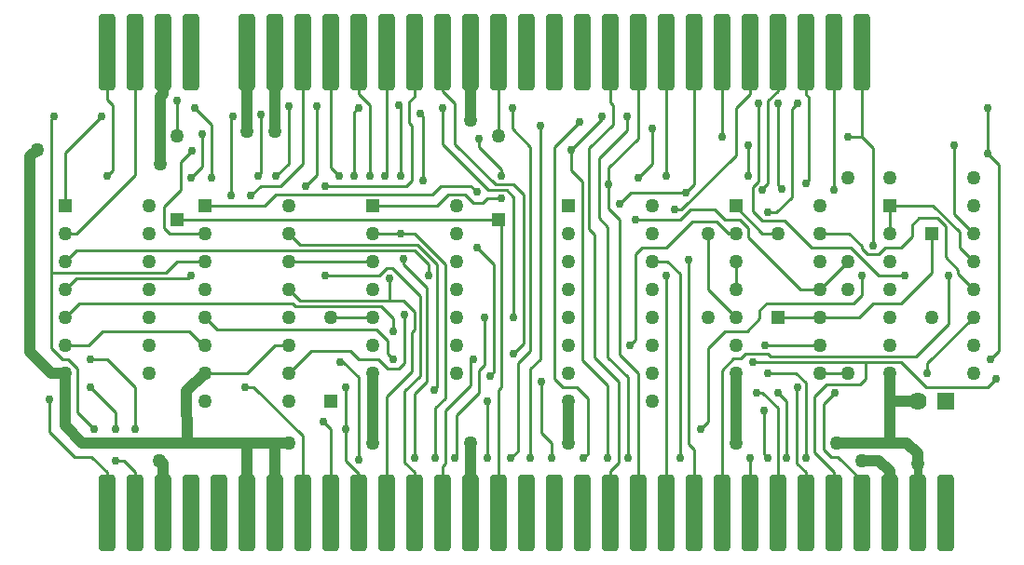
<source format=gbl>
G04*
G04  File:            NEMOBUSTODIVIDE-V1.3.GBL, Wed Sep 24 10:22:11 2025*
G04  Source:          P-CAD 2006 PCB, Version 19.02.958, (D:\PCAD-2006\Projects\Pentagon-4096\Hardware\NemoBusToDivIDE-v1.3.PCB)*
G04  Format:          Gerber Format (RS-274-D), ASCII*
G04*
G04  Format Options:  Absolute Positioning*
G04                   Leading-Zero Suppression*
G04                   Scale Factor 1:1*
G04                   NO Circular Interpolation*
G04                   Inch Units*
G04                   Numeric Format: 4.4 (XXXX.XXXX)*
G04                   G54 NOT Used for Aperture Change*
G04                   Apertures Embedded*
G04*
G04  File Options:    Offset = (0.0mil,0.0mil)*
G04                   Drill Symbol Size = 80.0mil*
G04                   No Pad/Via Holes*
G04*
G04  File Contents:   Pads*
G04                   Vias*
G04                   No Designators*
G04                   No Types*
G04                   No Values*
G04                   No Drill Symbols*
G04                   Bottom*
G04*
%INNEMOBUSTODIVIDE-V1.3.GBL*%
%ICAS*%
%MOIN*%
G04*
G04  Aperture MACROs for general use --- invoked via D-code assignment *
G04*
G04  General MACRO for flashed round with rotation and/or offset hole *
%AMROTOFFROUND*
1,1,$1,0.0000,0.0000*
1,0,$2,$3,$4*%
G04*
G04  General MACRO for flashed oval (obround) with rotation and/or offset hole *
%AMROTOFFOVAL*
21,1,$1,$2,0.0000,0.0000,$3*
1,1,$4,$5,$6*
1,1,$4,0-$5,0-$6*
1,0,$7,$8,$9*%
G04*
G04  General MACRO for flashed oval (obround) with rotation and no hole *
%AMROTOVALNOHOLE*
21,1,$1,$2,0.0000,0.0000,$3*
1,1,$4,$5,$6*
1,1,$4,0-$5,0-$6*%
G04*
G04  General MACRO for flashed rectangle with rotation and/or offset hole *
%AMROTOFFRECT*
21,1,$1,$2,0.0000,0.0000,$3*
1,0,$4,$5,$6*%
G04*
G04  General MACRO for flashed rectangle with rotation and no hole *
%AMROTRECTNOHOLE*
21,1,$1,$2,0.0000,0.0000,$3*%
G04*
G04  General MACRO for flashed rounded-rectangle *
%AMROUNDRECT*
21,1,$1,$2-$4,0.0000,0.0000,$3*
21,1,$1-$4,$2,0.0000,0.0000,$3*
1,1,$4,$5,$6*
1,1,$4,$7,$8*
1,1,$4,0-$5,0-$6*
1,1,$4,0-$7,0-$8*
1,0,$9,$10,$11*%
G04*
G04  General MACRO for flashed rounded-rectangle with rotation and no hole *
%AMROUNDRECTNOHOLE*
21,1,$1,$2-$4,0.0000,0.0000,$3*
21,1,$1-$4,$2,0.0000,0.0000,$3*
1,1,$4,$5,$6*
1,1,$4,$7,$8*
1,1,$4,0-$5,0-$6*
1,1,$4,0-$7,0-$8*%
G04*
G04  General MACRO for flashed regular polygon *
%AMREGPOLY*
5,1,$1,0.0000,0.0000,$2,$3+$4*
1,0,$5,$6,$7*%
G04*
G04  General MACRO for flashed regular polygon with no hole *
%AMREGPOLYNOHOLE*
5,1,$1,0.0000,0.0000,$2,$3+$4*%
G04*
G04  General MACRO for target *
%AMTARGET*
6,0,0,$1,$2,$3,4,$4,$5,$6*%
G04*
G04  General MACRO for mounting hole *
%AMMTHOLE*
1,1,$1,0,0*
1,0,$2,0,0*
$1=$1-$2*
$1=$1/2*
21,1,$2+$1,$3,0,0,$4*
21,1,$3,$2+$1,0,0,$4*%
G04*
G04*
G04  D10 : "Ellipse X10.0mil Y10.0mil H0.0mil 0.0deg (0.0mil,0.0mil) Draw"*
G04  Disc: OuterDia=0.0100*
%ADD10C, 0.0100*%
G04  D11 : "Ellipse X30.7mil Y30.7mil H0.0mil 0.0deg (0.0mil,0.0mil) Draw"*
G04  Disc: OuterDia=0.0307*
%ADD11C, 0.0307*%
G04  D12 : "Ellipse X40.0mil Y40.0mil H0.0mil 0.0deg (0.0mil,0.0mil) Draw"*
G04  Disc: OuterDia=0.0400*
%ADD12C, 0.0400*%
G04  D13 : "Ellipse X5.0mil Y5.0mil H0.0mil 0.0deg (0.0mil,0.0mil) Draw"*
G04  Disc: OuterDia=0.0050*
%ADD13C, 0.0050*%
G04  D14 : "Ellipse X6.0mil Y6.0mil H0.0mil 0.0deg (0.0mil,0.0mil) Draw"*
G04  Disc: OuterDia=0.0060*
%ADD14C, 0.0060*%
G04  D15 : "Ellipse X7.0mil Y7.0mil H0.0mil 0.0deg (0.0mil,0.0mil) Draw"*
G04  Disc: OuterDia=0.0070*
%ADD15C, 0.0070*%
G04  D16 : "Ellipse X9.8mil Y9.8mil H0.0mil 0.0deg (0.0mil,0.0mil) Draw"*
G04  Disc: OuterDia=0.0098*
%ADD16C, 0.0098*%
G04  D17 : "Ellipse X133.0mil Y133.0mil H0.0mil 0.0deg (0.0mil,0.0mil) Flash"*
G04  Disc: OuterDia=0.1330*
%ADD17C, 0.1330*%
G04  D18 : "Ellipse X50.0mil Y50.0mil H0.0mil 0.0deg (0.0mil,0.0mil) Flash"*
G04  Disc: OuterDia=0.0500*
%ADD18C, 0.0500*%
G04  D19 : "Ellipse X64.0mil Y64.0mil H0.0mil 0.0deg (0.0mil,0.0mil) Flash"*
G04  Disc: OuterDia=0.0640*
%ADD19C, 0.0640*%
G04  D20 : "Ellipse X65.0mil Y65.0mil H0.0mil 0.0deg (0.0mil,0.0mil) Flash"*
G04  Disc: OuterDia=0.0650*
%ADD20C, 0.0650*%
G04  D21 : "Ellipse X79.0mil Y79.0mil H0.0mil 0.0deg (0.0mil,0.0mil) Flash"*
G04  Disc: OuterDia=0.0790*
%ADD21C, 0.0790*%
G04  D22 : "Mounting Hole X118.0mil Y118.0mil H0.0mil 0.0deg (0.0mil,0.0mil) Flash"*
G04  Mounting Hole: Diameter=0.1180, Rotation=0.0, LineWidth=0.0050 *
%ADD22MTHOLE, 0.1180 X0.0980 X0.0050 X0.0*%
G04  D23 : "Rounded Rectangle X61.5mil Y275.6mil H0.0mil 0.0deg (0.0mil,0.0mil) Flash"*
G04  RoundRct: DimX=0.0615, DimY=0.2756, CornerRad=0.0154, Rotation=0.0, OffsetX=0.0000, OffsetY=0.0000, HoleDia=0.0000 *
%ADD23ROUNDRECTNOHOLE, 0.0615 X0.2756 X0.0 X0.0308 X-0.0154 X-0.1224 X-0.0154 X0.1224*%
G04  D24 : "Rounded Rectangle X76.5mil Y290.6mil H0.0mil 0.0deg (0.0mil,0.0mil) Flash"*
G04  RoundRct: DimX=0.0765, DimY=0.2906, CornerRad=0.0191, Rotation=0.0, OffsetX=0.0000, OffsetY=0.0000, HoleDia=0.0000 *
%ADD24ROUNDRECTNOHOLE, 0.0765 X0.2906 X0.0 X0.0382 X-0.0191 X-0.1262 X-0.0191 X0.1262*%
G04  D25 : "Rectangle X50.0mil Y50.0mil H0.0mil 0.0deg (0.0mil,0.0mil) Flash"*
G04  Square: Side=0.0500, Rotation=0.0, OffsetX=0.0000, OffsetY=0.0000, HoleDia=0.0000*
%ADD25R, 0.0500 X0.0500*%
G04  D26 : "Rectangle X64.0mil Y64.0mil H0.0mil 0.0deg (0.0mil,0.0mil) Flash"*
G04  Square: Side=0.0640, Rotation=0.0, OffsetX=0.0000, OffsetY=0.0000, HoleDia=0.0000*
%ADD26R, 0.0640 X0.0640*%
G04  D27 : "Rectangle X65.0mil Y65.0mil H0.0mil 0.0deg (0.0mil,0.0mil) Flash"*
G04  Square: Side=0.0650, Rotation=0.0, OffsetX=0.0000, OffsetY=0.0000, HoleDia=0.0000*
%ADD27R, 0.0650 X0.0650*%
G04  D28 : "Rectangle X79.0mil Y79.0mil H0.0mil 0.0deg (0.0mil,0.0mil) Flash"*
G04  Square: Side=0.0790, Rotation=0.0, OffsetX=0.0000, OffsetY=0.0000, HoleDia=0.0000*
%ADD28R, 0.0790 X0.0790*%
G04  D29 : "Ellipse X30.0mil Y30.0mil H0.0mil 0.0deg (0.0mil,0.0mil) Flash"*
G04  Disc: OuterDia=0.0300*
%ADD29C, 0.0300*%
G04  D30 : "Ellipse X45.0mil Y45.0mil H0.0mil 0.0deg (0.0mil,0.0mil) Flash"*
G04  Disc: OuterDia=0.0450*
%ADD30C, 0.0450*%
G04*
%FSLAX44Y44*%
%SFA1B1*%
%OFA0.0000B0.0000*%
G04*
G70*
G90*
G01*
D2*
%LNBottom*%
D10*
X49950Y41400*
X50850Y40500D1*
D2*
D12*
X50500Y43500*
X50000D1*
X49250Y44250*
D2*
D10*
X50400Y44000*
X50000Y44400D1*
X50600Y44000D2*
X50400D1*
X50900Y46900D2*
X50500Y46500D1*
X50900Y47900D2*
X50500Y47500D1*
X50900Y48500D2*
X50500D1*
D2*
D12*
X49250Y51250*
X49500Y51500D1*
D2*
D10*
X50000Y52600*
X50100Y52700D1*
X52600Y40350D2*
X53000Y39950D1*
X52300Y40350D2*
X52600D1*
X51450Y40500D2*
X52000Y39950D1*
X51400Y44000D2*
X52000D1*
X53000Y43000*
X51400D2*
X52300Y42100D1*
X52200Y50750D2*
X52000Y50550D1*
Y53300D2*
X52200Y53100D1*
D2*
D12*
X55500Y43500*
X54850Y42850D1*
D2*
D10*
X55450Y44500*
X55500D1*
Y45500D2*
X55950Y45050D1*
X54500Y47500D2*
X55500D1*
X54100Y47100D2*
X54500Y47500D1*
X54900Y46900D2*
X55000Y47000D1*
X54250Y48500D2*
X55500D1*
X54050Y48700D2*
X54250Y48500D1*
X54050Y49450D2*
Y48700D1*
X54650Y50050D2*
X54050Y49450D1*
X55400Y50900D2*
X55000Y50500D1*
X56450Y49950D2*
Y49850D1*
X54650Y51050D2*
X55050Y51450D1*
X54500Y53250D2*
Y52000D1*
X55750Y52400D2*
X55150Y53000D1*
X56450Y52650D2*
X56500Y52700D1*
D2*
D12*
X58500Y41000*
X58000D1*
D2*
D10*
Y44500*
X58500D1*
X59300Y44300D2*
X58500Y43500D1*
X58900Y46100D2*
X58500Y46500D1*
X58750Y45900D2*
X58650Y46000D1*
X58900Y48100D2*
X58500Y48500D1*
X58050Y49900D2*
X57650Y49500D1*
X57500Y50650D2*
X57400Y50550D1*
X57500Y50200D2*
X58200D1*
X57150Y49850D2*
X57500Y50200D1*
X59500Y50600D2*
X59100Y50200D1*
X60550Y40350D2*
X61000Y39900D1*
X60550Y41500D2*
Y40350D1*
X62050Y44200D2*
X62250Y44000D1*
X62050Y44650D2*
Y44200D1*
Y43650D2*
X61700Y44000D1*
X62450Y43650D2*
X62050D1*
X62650Y43850D2*
X62450Y43650D1*
X61700Y44000D2*
X61000D1*
X60700Y44300*
X60450Y43900D2*
X60350D1*
X62900Y43550D2*
X62000Y42650D1*
X60450Y43900D2*
X61000Y43350D1*
X62100Y46900D2*
Y46100D1*
X62000Y47250D2*
X62200D1*
X61750Y47000D2*
X62000Y47250D1*
X62100Y46100D2*
X62600D1*
X62250Y45450D2*
X61800Y45900D1*
X62600Y47400D2*
Y47600D1*
X62500Y48500D2*
X61500D1*
X62000Y50600D2*
X61950Y50550D1*
X62900Y50400D2*
X62700Y50200D1*
X60850Y52850D2*
X61000Y53000D1*
X61400Y53100D2*
X61000Y53500D1*
X62500Y53050D2*
X62450Y53100D1*
X62825Y52450D2*
X62900Y52375D1*
X62825Y53225D2*
Y52450D1*
X64500Y40500D2*
X64450Y40450D1*
X64099Y40249D2*
X64000Y40150D1*
X64100Y42600D2*
X63750Y42250D1*
X65000Y43950D2*
X65100Y44000D1*
X65300Y43600D2*
X65500Y43800D1*
X65850Y43550D2*
X65700Y43400D1*
X65000Y43950D2*
Y43050D1*
X65300Y42800D2*
Y43600D1*
X65000Y43050D2*
X64099Y42149D1*
X63800Y43000D2*
X63700Y42900D1*
X63500Y47000D2*
Y47400D1*
X63950Y50200D2*
X63650Y49900D1*
X64200D2*
X63800Y49500D1*
X65000Y50200D2*
X63950D1*
X65100Y49600D2*
X64800Y49900D1*
X65450Y49600D2*
X65100D1*
X64800Y49900D2*
X64200D1*
X65000Y50200D2*
X65250Y50000D1*
X65600Y49750D2*
X65450Y49600D1*
X65300Y51900D2*
Y51600D1*
X64000Y51700D2*
Y53000D1*
X63300Y52700D2*
X63200Y52800D1*
X64000Y53600D2*
X64450Y53150D1*
Y51700*
D2*
D12*
X65000Y55150*
Y55000D1*
D2*
D10*
X67900Y41000*
Y40450D1*
X67550Y41350D2*
X67900Y41000D1*
X66700Y40700D2*
X66450Y40450D1*
X67500Y44000D2*
X67150Y43650D1*
X68300Y43000D2*
X68000Y43300D1*
X68800Y43000D2*
X68300D1*
X67150Y44300D2*
X66700Y43850D1*
X66900Y44550D2*
X66550Y44200D1*
X66100Y50800D2*
Y50550D1*
X66550Y49800D2*
X66300Y50050D1*
X66550Y50250D2*
X66900Y49900D1*
X66500Y53000D2*
Y52250D1*
X68000Y51600D2*
X68900Y52500D1*
X66500Y52250D2*
X67150Y51600D1*
X69050Y40450D2*
X69200Y40600D1*
X70300Y40300D2*
X70000Y40000D1*
X70900Y44700D2*
X70700Y44500D1*
X70350Y44150D2*
X71000Y43500D1*
X69925Y44075D2*
X70650Y43350D1*
X69450Y44050D2*
X70300Y43200D1*
X70750Y49950D2*
X70350Y49550D1*
X69950Y49400D2*
X70350Y49000D1*
X69950Y50250D2*
Y49400D1*
Y50850D2*
Y50250D1*
X69600Y49050D2*
X69925Y48725D1*
X69250Y48650D2*
X69450Y48450D1*
X69700Y52600D2*
Y52700D1*
X70600Y52200D2*
X69600Y51200D1*
X70000Y53200D2*
X70100Y53100D1*
Y52400*
X69250Y51550*
X70600Y52700D2*
Y52200D1*
X72800Y40950D2*
X73000Y40750D1*
X73500Y41750D2*
X73250Y41500D1*
X74425Y44025D2*
X74000Y43600D1*
X74675Y44025D2*
X74425D1*
X74850Y44200D2*
X74675Y44025D1*
X72050Y47500D2*
X72500Y47050D1*
X74500Y47500D2*
Y46500D1*
X73500D2*
X74500Y45500D1*
X72700Y49950D2*
X73000Y50250D1*
X72550Y49350D2*
X72300D1*
X72500Y49000D2*
X72875Y49375D1*
X73800Y48937D2*
X72937D1*
X73800D2*
X74237Y48500D1*
X74500*
X72875Y49375D2*
X73750D1*
X74125Y49000*
X74650*
X74500Y49450D2*
Y49500D1*
Y53000D2*
Y51300D1*
X75500Y40600D2*
X75650Y40450D1*
X77000Y39950D2*
X76675Y40275D1*
X77650Y40750D2*
X77900Y40500D1*
X76650Y43500D2*
X75650D1*
X77000Y43150D2*
X76650Y43500D1*
X75750Y44100D2*
X75650Y44200D1*
X77750Y43100D2*
X77300Y42650D1*
X76675Y42975D2*
X76700Y43000D1*
X76300Y42500D2*
X76000Y42800D1*
X75450D2*
X75250D1*
X76000Y42250D2*
X75450Y42800D1*
X75550Y44500D2*
X77500D1*
X76000Y45500D2*
X77500D1*
X75600Y46000D2*
X75350Y45750D1*
Y45450*
X76800Y46500D2*
X77500D1*
X77125Y50425D2*
X77000Y50300D1*
X75300Y50350D2*
X75100Y50150D1*
X75650Y50300D2*
X75500Y50150D1*
X76000Y50250D2*
X76150Y50100D1*
X76000Y48500D2*
X75450D1*
X75500Y50150D2*
X75450Y50050D1*
X75950Y49250D2*
X75650D1*
X76500Y49800D2*
X75950Y49250D1*
X75100Y50150D2*
Y49300D1*
X75450Y48950*
X76250*
X76700Y53150D2*
X76500Y52950D1*
X77000Y53500D2*
X77125Y53375D1*
X76000Y53600D2*
X75650Y53250D1*
D2*
D12*
X80625Y41000*
X80000D1*
X79625Y40375D2*
X80000Y40000D1*
X79000Y40375D2*
X79625D1*
D2*
D10*
X78150Y40500*
X79000Y39650D1*
D2*
D12*
X80000Y42500*
Y43500D1*
D2*
D10*
X79150Y43300*
X78950Y43100D1*
X79150Y43900D2*
Y43300D1*
Y43900D2*
X80400D1*
X79000Y47000D2*
Y46300D1*
X79600Y47000D2*
X80550D1*
X79000Y46300D2*
X78700Y46000D1*
X78900Y45500D2*
X79400Y46000D1*
X79200Y47750D2*
X79600D1*
X79400Y46000D2*
X80400D1*
X80000Y48500D2*
Y49500D1*
X78550Y48500D2*
X79000Y48050D1*
X80800Y48400D2*
Y48800D1*
X79000Y51950D2*
X79400Y51550D1*
X79000Y51950D2*
X78500D1*
X81350Y43500D2*
Y43850D1*
X81300Y43000D2*
X83500D1*
X83900Y44300D2*
X83600Y44000D1*
X83500Y43000D2*
X83800Y43300D1*
X82100Y47000D2*
Y45250D1*
X82450Y47050D2*
X83000Y46500D1*
X82450Y47200D2*
Y47050D1*
X82000Y47650D2*
X82450Y47200D1*
X83000Y48500D2*
X82300Y49200D1*
X81550Y49500D2*
X82500Y48550D1*
X81050Y49050D2*
X81700D1*
X82000Y48750*
X83500Y51350D2*
Y53000D1*
X50000Y44400D2*
Y47100D1*
D2*
D12*
X50500Y43500*
Y41625D1*
D2*
D10*
X49950Y42550*
Y41400D1*
X51350Y44500D2*
X51850Y45000D1*
X53000Y39950D2*
Y38500D1*
X52000Y39950D2*
Y38500D1*
X52300Y42100D2*
Y41500D1*
X53000Y43000D2*
Y41500D1*
Y55000D2*
Y50600D1*
X52200Y53100D2*
Y50750D1*
X52000Y55000D2*
Y53300D1*
X54950Y45000D2*
X55450Y44500D1*
D2*
D12*
X54850Y42850*
X54875Y41000D1*
D2*
D10*
X55400Y52050*
Y50900D1*
X54650Y51050D2*
Y50050D1*
X55750Y52400D2*
Y50500D1*
X56450Y52650D2*
Y49950D1*
D2*
D12*
X58000Y41000*
Y38500D1*
D2*
D10*
X57250Y43000*
X59000Y41250D1*
Y38500*
X58200Y50200D2*
X59000Y51000D1*
D2*
D12*
X58000Y52150*
Y55000D1*
D2*
D10*
X58500Y53050*
Y51000D1*
X58050Y50550*
X59000Y55000D2*
Y51000D1*
X57500Y52750D2*
Y50650D1*
X59500Y53050D2*
Y50600D1*
X62250Y45000D2*
Y45450D1*
X61650Y45050D2*
X62050Y44650D1*
X62650Y45600D2*
Y43850D1*
D2*
D12*
X61500Y41000*
Y43500D1*
D2*
D10*
X60550Y41500*
Y43000D1*
X61000Y39900D2*
Y38500D1*
X62900Y44950D2*
Y43550D1*
X62000Y42650D2*
Y38500D1*
X62650Y42850D2*
Y40300D1*
X61000Y43350D2*
Y40400D1*
X62000Y50600D2*
Y55000D1*
X60850Y52850D2*
Y50550D1*
X61400D2*
Y53100D1*
X62500Y50550D2*
Y53050D1*
X61000Y55000D2*
Y53500D1*
X62900Y52375D2*
Y50400D1*
X64100Y47400D2*
Y42600D1*
X63800Y47400D2*
X63100Y48100D1*
X64000Y40150D2*
Y38500D1*
D2*
D12*
X65000Y41000*
Y38500D1*
D2*
D10*
X65500Y43800*
Y45500D1*
X65600Y42500D2*
Y40450D1*
X64500Y42000D2*
X65300Y42800D1*
X64500Y40500D2*
Y42000D1*
X64099Y42149D2*
Y40249D1*
X65850Y47400D2*
Y43550D1*
X65250Y48000D2*
X65850Y47400D1*
X63200Y46250D2*
Y43400D1*
X63450Y43200D2*
Y46550D1*
X63800Y43000D2*
Y47400D1*
X63750Y42250D2*
Y40450D1*
D2*
D12*
X65000Y52550*
Y55000D1*
D2*
D10*
X63300Y52700*
Y50400D1*
X64000Y55000D2*
Y53600D1*
X65650Y50050D2*
X64000Y51700D1*
X64450D2*
X65900Y50250D1*
D2*
D12*
X68500Y41000*
Y42500D1*
D2*
D10*
X66100Y43000*
Y48900D1*
X67550Y43200D2*
Y41350D1*
X67150Y43650D2*
Y40450D1*
X66700Y43850D2*
Y40700D1*
X68600Y51500D2*
Y50750D1*
X71150Y48000D2*
X70900Y47750D1*
X71000Y43500D2*
Y38500D1*
X70900Y47750D2*
Y44700D1*
X70350Y49000D2*
Y44150D1*
X69200Y40600D2*
Y42600D1*
X69925Y48725D2*
Y44075D1*
X70650Y43350D2*
Y40450D1*
X69900Y43050D2*
Y40450D1*
X69450Y48450D2*
Y44050D1*
X70300Y43200D2*
Y40300D1*
X70000Y40000D2*
Y38500D1*
X71500Y52250D2*
Y51000D1*
X71000Y50500*
Y51900D2*
X69950Y50850D1*
X71000Y55000D2*
Y51900D1*
X70000Y55000D2*
Y53200D1*
X72800Y47550D2*
Y40950D1*
X72500Y47050D2*
Y40450D1*
X73000Y38500D2*
Y40750D1*
X74000Y43600D2*
Y38500D1*
X73500Y48500D2*
Y46500D1*
D2*
D12*
X74500Y41000*
Y43500D1*
D2*
D10*
X74100Y45000*
X73500Y44400D1*
Y41750*
X74900Y45000D2*
X74100D1*
X73000Y50250D2*
Y55000D1*
X74000D2*
Y51950D1*
X75500Y42150D2*
Y40600D1*
X77000Y40450D2*
Y43150D1*
Y38500D2*
Y39950D1*
X76675Y40275D2*
Y42975D1*
X77650Y42400D2*
Y40750D1*
X77300Y42650D2*
Y40650D1*
X76250Y48950D2*
X77200Y48000D1*
X76300Y40450D2*
Y42500D1*
X76000Y38500D2*
Y42250D1*
X77000Y55000D2*
Y53500D1*
X77125Y53375D2*
Y50425D1*
X76000Y55000D2*
Y53600D1*
X76500Y52950D2*
Y49800D1*
X75300Y53150D2*
Y50350D1*
X75650Y53250D2*
Y50300D1*
X76000Y53150D2*
Y50250D1*
X79000Y39650D2*
Y38500D1*
D2*
D12*
X80000Y40000*
Y38500D1*
D2*
D10*
X79600Y47750*
X79850Y48000D1*
X79000Y48050D2*
Y47950D1*
X79200Y47750*
X80400Y48000D2*
X80800Y48400D1*
X79850Y48000D2*
X80400D1*
D2*
D12*
X80000Y41000*
Y42500D1*
D2*
D10*
X78600Y48000*
X79600Y47000D1*
X79000Y55000D2*
Y51950D1*
X81350Y43850D2*
X83000Y45500D1*
X82500Y48550D2*
Y48000D1*
X83000Y47500*
X82000Y48750D2*
Y47650D1*
X81500Y47100D2*
Y48500D1*
X83500Y51350D2*
X83900Y50950D1*
D2*
D12*
X49250Y44250*
Y51250D1*
D2*
D10*
X50000Y52600*
Y47100D1*
X50500Y49500D2*
Y51400D1*
X68000Y43300D2*
Y51600D1*
X67500Y44000D2*
Y52350D1*
X66550Y45500D2*
Y49800D1*
X67150Y51600D2*
Y44300D1*
X66900Y49900D2*
Y44550D1*
X69600Y51200D2*
Y49050D1*
X69250Y51550D2*
Y48650D1*
X74500Y51300D2*
X72550Y49350D1*
X79400Y51550D2*
Y48050D1*
X82300Y49200D2*
Y51650D1*
X83900Y50950D2*
Y44300D1*
X60000Y41500D2*
X59750Y41750D1*
X50850Y40500D2*
X51450D1*
D2*
D12*
X57000Y41000*
X54875D1*
X57000D2*
X58000D1*
X51125D2*
X54875D1*
X50500Y41625D2*
X51125Y41000D1*
X54000Y40250D2*
X53875Y40375D1*
D2*
D10*
X57000Y43500*
X58000Y44500D1*
X55500Y43500D2*
X57000D1*
X50500Y44500D2*
X51350D1*
X50950Y43650D2*
X50600Y44000D1*
X50950Y42100D2*
Y43650D1*
X60700Y44300D2*
X59300D1*
X56950Y43000D2*
X57250D1*
X54900Y46900D2*
X50900D1*
X50000Y47100D2*
X54100D1*
X51000Y46000D2*
X50500Y45500D1*
X58650Y46000D2*
X51000D1*
X57650Y49500D2*
X55500D1*
X60300Y50550D2*
X60000Y50850D1*
X53000Y50600D2*
X50900Y48500D1*
D2*
D12*
X53900Y53400*
X54000Y53500D1*
D2*
D10*
X50500Y51400*
X51800Y52700D1*
X62650Y40300D2*
X63000Y39950D1*
X66000Y42900D2*
X66100Y43000D1*
X69200Y42600D2*
X68800Y43000D1*
X69000Y43950D2*
X69900Y43050D1*
X63000Y42750D2*
X63450Y43200D1*
X63200Y43400D2*
X62650Y42850D1*
X71500Y47500D2*
X72050D1*
X63500Y47400D2*
X63000Y47900D1*
X62200Y47250D2*
X63200Y46250D1*
X62600Y46100D2*
X63000Y45700D1*
Y45050*
X63450Y46550D2*
X62600Y47400D1*
X62500Y48500D2*
X63000D1*
X70900Y49000D2*
X72500D1*
X72700Y49950D2*
X70750D1*
X68600Y50750D2*
X69000Y50350D1*
X66100Y48900D2*
X66000Y49000D1*
X66100Y49750D2*
X65600D1*
X66300Y50050D2*
X65650D1*
X65900Y50250D2*
X66550D1*
X68600Y51500D2*
X69700Y52600D1*
X63000Y53400D2*
X62825Y53225D1*
D2*
D11*
X81000Y40250*
Y39724D1*
D2*
D12*
X78125Y41000*
X80000D1*
X81000Y40625D2*
X80625Y41000D1*
X81000Y40250D2*
Y40625D1*
D2*
D10*
X77900Y40500*
X78150D1*
X77300Y40650D2*
X78000Y39950D1*
X77500Y43500D2*
X78500D1*
X75650Y44200D2*
X74850D1*
X80950Y44100D2*
X75750D1*
X80400Y43900D2*
X81300Y43000D1*
D2*
D12*
X80000Y42500*
X81000D1*
D2*
D10*
X78950Y43100*
X77750D1*
X79150Y43900D2*
X75100D1*
X78050Y42800D2*
X77650Y42400D1*
X77500Y46500D2*
X78500Y47500D1*
X78700Y46000D2*
X75600D1*
X77500Y45500D2*
X78900D1*
X80400Y46000D2*
X81500Y47100D1*
X77500Y48500D2*
X78550D1*
X80000Y49500D2*
X81550D1*
X80800Y48800D2*
X81050Y49050D1*
X74950Y48700D2*
Y48350D1*
X74650Y49000D2*
X74950Y48700D1*
X75450Y48500D2*
X74500Y49450D1*
X75000Y53500D2*
X74500Y53000D1*
X51850Y45000D2*
X54950D1*
X60000Y38500D2*
Y41500D1*
D2*
D12*
X54000Y40250*
Y38500D1*
X57000Y41000D2*
Y38500D1*
D2*
D10*
X50950Y42100*
X51550Y41500D1*
D2*
D12*
X57000Y52150*
Y55000D1*
D2*
D10*
X60000*
Y50850D1*
D2*
D12*
X54000Y53500*
Y55000D1*
X53900Y51000D2*
Y53400D1*
D2*
D10*
X63000Y48500*
X64100Y47400D1*
X66000Y38500D2*
Y42900D1*
X72000Y47000D2*
Y38500D1*
X63000Y39950D2*
Y38500D1*
X72000Y48000D2*
X71150D1*
X72000D2*
X72937Y48937D1*
X63000Y45050D2*
X62900Y44950D1*
X63000Y40450D2*
Y42750D1*
X66000Y55000D2*
Y52000D1*
X63000Y55000D2*
Y53400D1*
X72000Y50550D2*
Y55000D1*
X65300Y51600D2*
X66100Y50800D1*
D2*
D11*
X81000Y39724*
Y38500D1*
D2*
D10*
X75000*
Y40450D1*
X78000Y39950D2*
Y38500D1*
X75350Y45450D2*
X74900Y45000D1*
X82100Y45250D2*
X80950Y44100D1*
X77200Y48000D2*
X78600D1*
X74950Y48350D2*
X76800Y46500D1*
X74950Y50550D2*
Y51650D1*
X78000Y50050D2*
Y55000D1*
X75000D2*
Y53500D1*
X69000Y50350D2*
Y43950D1*
X58500Y47500D2*
X61500D1*
X60000Y45500D2*
X61500D1*
X62100Y46100D2*
X58900D1*
X59800Y47000D2*
X61750D1*
X55950Y45050D2*
X61650D1*
X61800Y45900D2*
X58750D1*
X63100Y48100D2*
X58900D1*
X63800Y49500D2*
X61500D1*
X63650Y49900D2*
X58050D1*
X62700Y50200D2*
X59800D1*
X63000Y47900D2*
X50900D1*
X66000Y49000D2*
X54500D1*
D2*
D29*
X49950Y42550D3*
D18*
X49500Y51500D3*
D29*
X50100Y52700D3*
X52300Y40350D3*
X51550Y41500D3*
X52300D3*
X53000D3*
X51400Y44000D3*
Y43000D3*
X52000Y50550D3*
X51800Y52700D3*
X55000Y47000D3*
X55750Y50500D3*
X55000D3*
X56450Y49850D3*
X55400Y52050D3*
X55050Y51450D3*
X55150Y53000D3*
X54500Y53250D3*
X56500Y52700D3*
X59750Y41750D3*
D18*
X58500Y41000D3*
D29*
X58050Y50550D3*
X57400D3*
X59100Y50200D3*
X58500Y53050D3*
X59500D3*
D18*
X58000Y52150D3*
D29*
X57500Y52750D3*
D18*
X61500Y41000D3*
D29*
X60550Y41500D3*
X61000Y40400D3*
X60550Y43000D3*
X62250Y44000D3*
X60350Y43900D3*
X62600Y47600D3*
X62100Y46900D3*
X62650Y45600D3*
X61400Y50550D3*
X62500Y48500D3*
Y50550D3*
X60300D3*
X60850D3*
X61950D3*
X61000Y53000D3*
X62450Y53100D3*
D18*
X65000Y41000D3*
D29*
X65600Y40450D3*
X64450D3*
X63750D3*
X65600Y42500D3*
X65100Y44000D3*
X65700Y43400D3*
X63700Y42900D3*
X65500Y45500D3*
X63500Y47000D3*
X63300Y50400D3*
X65250Y50000D3*
D18*
X65000Y52550D3*
D29*
X64000Y53000D3*
X65300Y51900D3*
D18*
X68500Y41000D3*
D29*
X67900Y40450D3*
X67150D3*
X66450D3*
X67550Y43200D3*
X66550Y44200D3*
Y45500D3*
X66500Y53000D3*
X68600Y51500D3*
X67500Y52350D3*
X70650Y40450D3*
X69900D3*
X70700Y44500D3*
X70900Y49000D3*
X70350Y49550D3*
X71000Y50500D3*
X69950Y50250D3*
X71500Y52250D3*
X69700Y52700D3*
X70600D3*
X72500Y40450D3*
D18*
X74500Y41000D3*
D29*
X73250Y41500D3*
X72800Y47550D3*
X72700Y49950D3*
X72300Y49350D3*
X74000Y51950D3*
X75650Y40450D3*
X76300D3*
X77000D3*
X75650Y43500D3*
X76700Y43000D3*
X76000Y42800D3*
X75250D3*
X75550Y44500D3*
X77000Y50300D3*
X76150Y50100D3*
X75450Y50050D3*
X75650Y49250D3*
X76000Y53150D3*
X75300D3*
X76700D3*
D18*
X79000Y40375D3*
D29*
Y47000D3*
X80550D3*
X78500Y51950D3*
X81350Y43500D3*
X83600Y44000D3*
X82100Y47000D3*
X82300Y51650D3*
X83500Y53000D3*
Y51350D3*
D22*
D29*
X62250Y45000D3*
X65250Y48000D3*
D18*
X73500Y45500D3*
Y48500D3*
D29*
X75500Y42150D3*
D18*
X78500Y43500D3*
Y46500D3*
D29*
X79400Y48050D3*
D25*
X76000Y45500D3*
D18*
Y48500D3*
X78500Y47500D3*
Y50500D3*
X53875Y40375D3*
X58500Y42500D3*
X55500D3*
D29*
X56950Y43000D3*
X59800Y47000D3*
Y50200D3*
X57150Y49850D3*
D18*
X57000Y52150D3*
D29*
X69050Y40450D3*
X63000D3*
X72000Y47000D3*
Y50550D3*
X66100D3*
Y49750D3*
X68900Y52500D3*
X63200Y52800D3*
D18*
X81000Y40250D3*
D29*
X75000Y40450D3*
D18*
X78125Y41000D3*
D29*
X75100Y43900D3*
X78050Y42800D3*
X83800Y43300D3*
X74950Y50550D3*
X78000Y50050D3*
X74950Y51650D3*
D25*
X60000Y42500D3*
D18*
Y45500D3*
X53900Y51000D3*
D19*
X81000Y42500D3*
D26*
X82000D3*
D18*
X80000Y50500D3*
X83000D3*
X50500Y45500D3*
Y44500D3*
Y47500D3*
Y48500D3*
X53500Y44500D3*
Y45500D3*
Y48500D3*
Y47500D3*
X50500Y46500D3*
Y43500D3*
D25*
Y49500D3*
D18*
X53500Y43500D3*
Y46500D3*
Y49500D3*
X55500Y45500D3*
Y44500D3*
Y47500D3*
Y48500D3*
X58500Y44500D3*
Y45500D3*
Y48500D3*
Y47500D3*
X55500Y46500D3*
Y43500D3*
D25*
Y49500D3*
D18*
X58500Y43500D3*
Y46500D3*
Y49500D3*
D25*
X54500Y49000D3*
D18*
Y52000D3*
X68500Y42500D3*
Y45500D3*
Y44500D3*
Y47500D3*
Y48500D3*
X71500Y42500D3*
Y44500D3*
Y45500D3*
Y48500D3*
Y47500D3*
X68500Y46500D3*
Y43500D3*
D25*
Y49500D3*
D18*
X71500Y43500D3*
Y46500D3*
Y49500D3*
D25*
X66000Y49000D3*
D18*
Y52000D3*
D25*
X81500Y48500D3*
D18*
Y45500D3*
X74500D3*
Y44500D3*
Y47500D3*
Y48500D3*
X77500Y44500D3*
Y45500D3*
Y48500D3*
Y47500D3*
X74500Y46500D3*
Y43500D3*
D25*
Y49500D3*
D18*
X77500Y43500D3*
Y46500D3*
Y49500D3*
X80000Y45500D3*
Y44500D3*
Y47500D3*
Y48500D3*
X83000Y44500D3*
Y45500D3*
Y48500D3*
Y47500D3*
X80000Y46500D3*
Y43500D3*
D25*
Y49500D3*
D18*
X83000Y43500D3*
Y46500D3*
Y49500D3*
X61500Y45500D3*
Y44500D3*
Y47500D3*
Y48500D3*
X64500Y44500D3*
Y45500D3*
Y48500D3*
Y47500D3*
X61500Y46500D3*
Y43500D3*
D25*
Y49500D3*
D18*
X64500Y43500D3*
Y46500D3*
Y49500D3*
D23*
X78000Y55000D3*
X79000D3*
X75000D3*
X76000D3*
X77000D3*
X72000D3*
X73000D3*
X74000D3*
X69000D3*
X70000D3*
X71000D3*
X66000D3*
X67000D3*
X68000D3*
X63000D3*
X64000D3*
X65000D3*
X60000D3*
X61000D3*
X62000D3*
X57000D3*
X58000D3*
X59000D3*
X54000D3*
X55000D3*
X52000D3*
X53000D3*
X52000Y38500D3*
X54000D3*
X55000D3*
X57000D3*
X58000D3*
X60000D3*
X61000D3*
X63000D3*
X64000D3*
X66000D3*
X67000D3*
X69000D3*
X70000D3*
X72000D3*
X73000D3*
X75000D3*
X76000D3*
X78000D3*
X79000D3*
X81000D3*
X82000D3*
X53000D3*
X56000D3*
X59000D3*
X62000D3*
X65000D3*
X68000D3*
X71000D3*
X74000D3*
X77000D3*
X80000D3*
D02M02*

</source>
